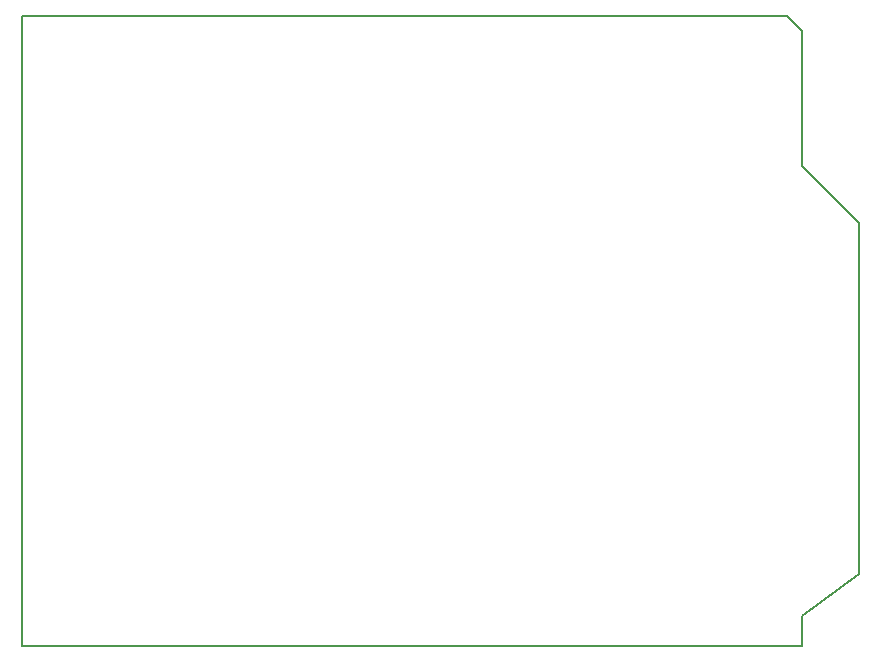
<source format=gko>
%TF.GenerationSoftware,KiCad,Pcbnew,4.0.7-e2-6376~58~ubuntu16.04.1*%
%TF.CreationDate,2017-10-04T18:34:51-07:00*%
%TF.ProjectId,mcphail-zero-analog-shield,6D63706861696C2D7A65726F2D616E61,v1.0*%
%TF.FileFunction,Profile,NP*%
%FSLAX46Y46*%
G04 Gerber Fmt 4.6, Leading zero omitted, Abs format (unit mm)*
G04 Created by KiCad (PCBNEW 4.0.7-e2-6376~58~ubuntu16.04.1) date Wed Oct  4 18:34:51 2017*
%MOMM*%
%LPD*%
G01*
G04 APERTURE LIST*
%ADD10C,0.350000*%
%ADD11C,0.152400*%
G04 APERTURE END LIST*
D10*
D11*
X31165800Y-172466000D02*
X31165800Y-119126000D01*
X97205800Y-172466000D02*
X31165800Y-172466000D01*
X97205800Y-169926000D02*
X97205800Y-172466000D01*
X102031800Y-166370000D02*
X97205800Y-169926000D01*
X102031800Y-136652000D02*
X102031800Y-166370000D01*
X97205800Y-131826000D02*
X102031800Y-136652000D01*
X97205800Y-120396000D02*
X97205800Y-131826000D01*
X95935800Y-119126000D02*
X97205800Y-120396000D01*
X95427800Y-119126000D02*
X95935800Y-119126000D01*
X31165800Y-119126000D02*
X95427800Y-119126000D01*
M02*

</source>
